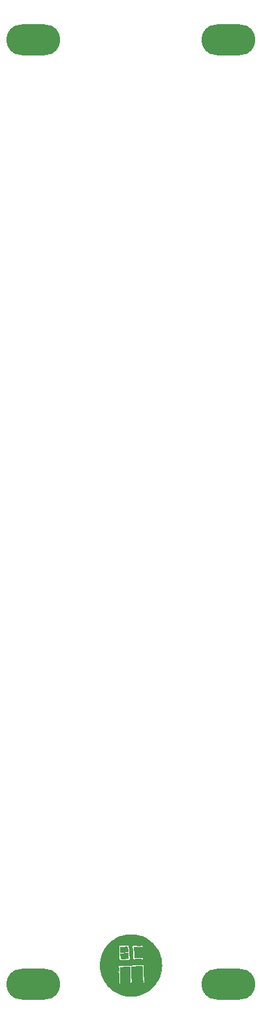
<source format=gts>
%TF.GenerationSoftware,KiCad,Pcbnew,8.0.3*%
%TF.CreationDate,2024-07-07T15:48:55+01:00*%
%TF.ProjectId,555-adsr-panel,3535352d-6164-4737-922d-70616e656c2e,rev?*%
%TF.SameCoordinates,Original*%
%TF.FileFunction,Soldermask,Top*%
%TF.FilePolarity,Negative*%
%FSLAX46Y46*%
G04 Gerber Fmt 4.6, Leading zero omitted, Abs format (unit mm)*
G04 Created by KiCad (PCBNEW 8.0.3) date 2024-07-07 15:48:55*
%MOMM*%
%LPD*%
G01*
G04 APERTURE LIST*
%ADD10C,0.053300*%
%ADD11O,7.000000X4.000000*%
G04 APERTURE END LIST*
D10*
%TO.C,REF\u002A\u002A*%
X89577656Y-161360943D02*
X89594565Y-161369969D01*
X89604702Y-161385743D01*
X89609216Y-161459016D01*
X89632891Y-161611175D01*
X89647551Y-161754317D01*
X89657688Y-161914381D01*
X89655432Y-161966219D01*
X89643033Y-161985384D01*
X89610351Y-162005670D01*
X89559622Y-162024835D01*
X89457053Y-162036117D01*
X89124542Y-162058660D01*
X88758225Y-162062029D01*
X88714260Y-162049632D01*
X88701863Y-162024835D01*
X88699621Y-161982007D01*
X88697364Y-161901983D01*
X88681576Y-161807303D01*
X88657913Y-161625833D01*
X88660170Y-161525507D01*
X88653399Y-161440969D01*
X88661282Y-161419563D01*
X88696221Y-161417307D01*
X88799924Y-161412795D01*
X88867552Y-161408281D01*
X88987026Y-161391373D01*
X89213581Y-161364333D01*
X89452535Y-161359821D01*
X89577656Y-161360943D01*
G36*
X89577656Y-161360943D02*
G01*
X89594565Y-161369969D01*
X89604702Y-161385743D01*
X89609216Y-161459016D01*
X89632891Y-161611175D01*
X89647551Y-161754317D01*
X89657688Y-161914381D01*
X89655432Y-161966219D01*
X89643033Y-161985384D01*
X89610351Y-162005670D01*
X89559622Y-162024835D01*
X89457053Y-162036117D01*
X89124542Y-162058660D01*
X88758225Y-162062029D01*
X88714260Y-162049632D01*
X88701863Y-162024835D01*
X88699621Y-161982007D01*
X88697364Y-161901983D01*
X88681576Y-161807303D01*
X88657913Y-161625833D01*
X88660170Y-161525507D01*
X88653399Y-161440969D01*
X88661282Y-161419563D01*
X88696221Y-161417307D01*
X88799924Y-161412795D01*
X88867552Y-161408281D01*
X88987026Y-161391373D01*
X89213581Y-161364333D01*
X89452535Y-161359821D01*
X89577656Y-161360943D01*
G37*
X89492000Y-160537000D02*
X89516798Y-160553908D01*
X89534828Y-160577571D01*
X89555116Y-160615901D01*
X89569771Y-160682392D01*
X89582166Y-160745522D01*
X89597956Y-160825546D01*
X89618240Y-161048724D01*
X89620497Y-161091552D01*
X89611473Y-161117472D01*
X89595695Y-161138894D01*
X89567511Y-161151291D01*
X89484107Y-161169319D01*
X89307147Y-161199749D01*
X89108768Y-161223426D01*
X88886723Y-161235822D01*
X88826984Y-161247090D01*
X88718772Y-161251602D01*
X88671432Y-161245974D01*
X88641003Y-161225689D01*
X88627479Y-161206525D01*
X88616197Y-161112980D01*
X88615069Y-161007024D01*
X88594769Y-160610263D01*
X88603794Y-160598997D01*
X88612818Y-160592226D01*
X88631969Y-160583215D01*
X88669167Y-160573075D01*
X88723271Y-160559538D01*
X88804434Y-160543760D01*
X88997166Y-160535879D01*
X89138063Y-160533621D01*
X89450278Y-160525723D01*
X89492000Y-160537000D01*
G36*
X89492000Y-160537000D02*
G01*
X89516798Y-160553908D01*
X89534828Y-160577571D01*
X89555116Y-160615901D01*
X89569771Y-160682392D01*
X89582166Y-160745522D01*
X89597956Y-160825546D01*
X89618240Y-161048724D01*
X89620497Y-161091552D01*
X89611473Y-161117472D01*
X89595695Y-161138894D01*
X89567511Y-161151291D01*
X89484107Y-161169319D01*
X89307147Y-161199749D01*
X89108768Y-161223426D01*
X88886723Y-161235822D01*
X88826984Y-161247090D01*
X88718772Y-161251602D01*
X88671432Y-161245974D01*
X88641003Y-161225689D01*
X88627479Y-161206525D01*
X88616197Y-161112980D01*
X88615069Y-161007024D01*
X88594769Y-160610263D01*
X88603794Y-160598997D01*
X88612818Y-160592226D01*
X88631969Y-160583215D01*
X88669167Y-160573075D01*
X88723271Y-160559538D01*
X88804434Y-160543760D01*
X88997166Y-160535879D01*
X89138063Y-160533621D01*
X89450278Y-160525723D01*
X89492000Y-160537000D01*
G37*
X90210167Y-158937252D02*
X90413178Y-158952690D01*
X90613236Y-158978111D01*
X90810092Y-159013266D01*
X91003494Y-159057903D01*
X91193190Y-159111771D01*
X91378931Y-159174619D01*
X91560463Y-159246195D01*
X91737537Y-159326249D01*
X91909901Y-159414529D01*
X92077305Y-159510784D01*
X92239495Y-159614762D01*
X92396223Y-159726214D01*
X92547236Y-159844887D01*
X92692283Y-159970530D01*
X92831114Y-160102893D01*
X92963476Y-160241724D01*
X93089119Y-160386771D01*
X93207792Y-160537784D01*
X93319243Y-160694512D01*
X93423222Y-160856703D01*
X93519477Y-161024107D01*
X93607756Y-161196471D01*
X93687810Y-161373545D01*
X93759386Y-161555078D01*
X93822233Y-161740818D01*
X93876101Y-161930515D01*
X93920738Y-162123917D01*
X93955892Y-162320773D01*
X93981314Y-162520831D01*
X93996751Y-162723842D01*
X94001952Y-162929553D01*
X93996751Y-163135263D01*
X93981314Y-163338274D01*
X93955892Y-163538332D01*
X93920738Y-163735188D01*
X93876101Y-163928590D01*
X93822233Y-164118287D01*
X93759386Y-164304027D01*
X93687810Y-164485560D01*
X93607756Y-164662634D01*
X93519477Y-164834998D01*
X93423222Y-165002401D01*
X93319243Y-165164592D01*
X93207792Y-165321320D01*
X93089119Y-165472333D01*
X92963476Y-165617381D01*
X92831113Y-165756211D01*
X92692283Y-165888574D01*
X92547235Y-166014217D01*
X92396222Y-166132890D01*
X92239494Y-166244341D01*
X92077303Y-166348320D01*
X91909900Y-166444575D01*
X91737536Y-166532855D01*
X91560462Y-166612908D01*
X91378929Y-166684485D01*
X91193188Y-166747332D01*
X91003491Y-166801200D01*
X90810089Y-166845837D01*
X90613233Y-166880992D01*
X90413174Y-166906414D01*
X90210164Y-166921851D01*
X90004452Y-166927053D01*
X89798742Y-166921851D01*
X89595731Y-166906414D01*
X89395673Y-166880992D01*
X89198817Y-166845838D01*
X89005415Y-166801201D01*
X88815718Y-166747333D01*
X88629978Y-166684485D01*
X88448445Y-166612909D01*
X88271371Y-166532856D01*
X88099007Y-166444576D01*
X87931603Y-166348321D01*
X87769412Y-166244342D01*
X87612684Y-166132891D01*
X87461671Y-166014218D01*
X87316624Y-165888575D01*
X87177793Y-165756212D01*
X87045430Y-165617381D01*
X86919787Y-165472334D01*
X86801114Y-165321321D01*
X86689663Y-165164593D01*
X86585684Y-165002402D01*
X86489429Y-164834998D01*
X86401149Y-164662634D01*
X86321096Y-164485560D01*
X86249520Y-164304027D01*
X86186672Y-164118287D01*
X86132804Y-163928590D01*
X86088167Y-163735188D01*
X86053013Y-163538332D01*
X86027591Y-163338274D01*
X86012154Y-163135263D01*
X86010240Y-163059558D01*
X86008644Y-162996442D01*
X88372750Y-162996442D01*
X88372750Y-163059558D01*
X88376135Y-163083218D01*
X88387401Y-163120416D01*
X88399800Y-163184666D01*
X88413323Y-163255683D01*
X88412197Y-163367271D01*
X88413323Y-163632143D01*
X88407697Y-163890262D01*
X88412209Y-164078486D01*
X88438129Y-164417764D01*
X88449409Y-164596979D01*
X88449409Y-164804367D01*
X88450537Y-165025290D01*
X88438141Y-165131248D01*
X88439267Y-165194363D01*
X88449407Y-165229305D01*
X88460689Y-165250725D01*
X88476467Y-165271010D01*
X88491121Y-165284535D01*
X88513663Y-165289047D01*
X88533949Y-165290175D01*
X88561003Y-165285664D01*
X88584664Y-165273265D01*
X88602709Y-165257479D01*
X88619605Y-165240579D01*
X88642145Y-165197737D01*
X88650042Y-165148144D01*
X88644402Y-164891157D01*
X88642145Y-164586833D01*
X88643274Y-164138221D01*
X88645531Y-163875604D01*
X88638760Y-163698644D01*
X88627494Y-163525060D01*
X88600442Y-163275963D01*
X88594801Y-163238767D01*
X88600442Y-163209460D01*
X88609453Y-163190294D01*
X88626361Y-163177898D01*
X88653415Y-163168887D01*
X88730060Y-163165501D01*
X88876591Y-163157604D01*
X89105401Y-163146336D01*
X89572032Y-163122661D01*
X89745614Y-163117033D01*
X89795212Y-163122661D01*
X89826772Y-163137315D01*
X89844803Y-163160992D01*
X89854945Y-163194796D01*
X89872975Y-163331183D01*
X89879742Y-163607333D01*
X89886513Y-163997330D01*
X89889884Y-164255449D01*
X89894393Y-164713069D01*
X89892137Y-165132360D01*
X89909049Y-165168436D01*
X89923700Y-165202240D01*
X89962019Y-165230415D01*
X89991326Y-165237183D01*
X90030779Y-165229302D01*
X90069097Y-165203385D01*
X90097270Y-165180842D01*
X90116435Y-165152654D01*
X90128833Y-165105316D01*
X90131090Y-165016268D01*
X90122063Y-164886648D01*
X90111925Y-164770560D01*
X90096151Y-164502297D01*
X90073611Y-164016501D01*
X90062326Y-163540836D01*
X90053315Y-163204946D01*
X90065714Y-163144085D01*
X90081488Y-163119288D01*
X90122063Y-163109148D01*
X90188566Y-163097868D01*
X90275360Y-163091111D01*
X90453439Y-163080974D01*
X90738612Y-163066318D01*
X91125232Y-163050530D01*
X91359672Y-163049404D01*
X91397990Y-163053915D01*
X91420531Y-163062927D01*
X91436321Y-163080970D01*
X91453217Y-163109144D01*
X91467872Y-163144083D01*
X91476896Y-163197055D01*
X91485907Y-163250027D01*
X91492678Y-163394301D01*
X91497192Y-163659189D01*
X91501705Y-164084126D01*
X91507333Y-164281372D01*
X91518614Y-164548499D01*
X91534383Y-164740113D01*
X91554671Y-164932863D01*
X91565951Y-165055715D01*
X91582848Y-165135741D01*
X91594128Y-165171817D01*
X91611036Y-165197735D01*
X91624561Y-165218022D01*
X91649359Y-165233810D01*
X91666267Y-165239436D01*
X91693321Y-165239436D01*
X91713609Y-165237179D01*
X91730517Y-165221405D01*
X91747426Y-165209009D01*
X91766579Y-165178579D01*
X91771093Y-165142504D01*
X91774460Y-165081645D01*
X91769962Y-164982454D01*
X91732766Y-164582315D01*
X91706834Y-164226140D01*
X91675282Y-163798949D01*
X91660627Y-163519420D01*
X91660627Y-163147458D01*
X91662884Y-163115909D01*
X91675278Y-163048267D01*
X91686547Y-162993040D01*
X91692171Y-162937814D01*
X91692171Y-162901738D01*
X91678650Y-162872443D01*
X91663994Y-162853278D01*
X91631308Y-162837500D01*
X91590732Y-162827362D01*
X91449858Y-162828479D01*
X91250357Y-162838618D01*
X90826542Y-162864550D01*
X90384708Y-162892723D01*
X89971050Y-162920897D01*
X89410850Y-162952461D01*
X88965627Y-162952461D01*
X88850663Y-162949090D01*
X88690613Y-162928790D01*
X88538450Y-162901738D01*
X88524913Y-162893855D01*
X88488854Y-162893855D01*
X88451656Y-162900626D01*
X88424603Y-162911906D01*
X88395294Y-162932192D01*
X88379521Y-162955854D01*
X88372750Y-162996442D01*
X86008644Y-162996442D01*
X86006952Y-162929553D01*
X86012154Y-162723842D01*
X86027591Y-162520831D01*
X86053013Y-162320773D01*
X86088167Y-162123917D01*
X86132804Y-161930515D01*
X86186672Y-161740818D01*
X86249520Y-161555078D01*
X86321096Y-161373545D01*
X86401150Y-161196471D01*
X86489430Y-161024106D01*
X86585685Y-160856703D01*
X86689663Y-160694512D01*
X86801115Y-160537784D01*
X86877013Y-160441202D01*
X88424589Y-160441202D01*
X88425716Y-160473886D01*
X88438112Y-160515580D01*
X88440369Y-160719594D01*
X88448266Y-160950661D01*
X88464044Y-161170462D01*
X88473070Y-161376731D01*
X88475312Y-161682176D01*
X88478696Y-162023712D01*
X88483209Y-162122890D01*
X88491090Y-162157829D01*
X88505748Y-162184883D01*
X88518144Y-162206305D01*
X88537295Y-162225468D01*
X88573371Y-162244619D01*
X88602678Y-162251390D01*
X88715388Y-162246876D01*
X88833731Y-162249135D01*
X89109878Y-162240122D01*
X89429995Y-162233353D01*
X89754491Y-162225848D01*
X89826223Y-162222662D01*
X89867665Y-162208316D01*
X89899538Y-162185999D01*
X89913884Y-162157306D01*
X89917068Y-162112685D01*
X89902722Y-162044134D01*
X89877213Y-161883145D01*
X89843742Y-161610567D01*
X89803894Y-161212056D01*
X89772009Y-160912381D01*
X89767227Y-160730659D01*
X89757667Y-160593572D01*
X89759261Y-160501119D01*
X89754596Y-160462846D01*
X90159356Y-160462846D01*
X90168933Y-160548923D01*
X90192836Y-160803961D01*
X90215152Y-161068566D01*
X90219947Y-161347518D01*
X90224729Y-161557933D01*
X90231101Y-161819346D01*
X90219947Y-161852829D01*
X90227917Y-161993098D01*
X90242263Y-162056856D01*
X90258192Y-162103090D01*
X90274136Y-162136559D01*
X90306022Y-162155698D01*
X90403251Y-162157276D01*
X90613666Y-162128585D01*
X90709297Y-162125411D01*
X91256050Y-162138157D01*
X91429802Y-162168446D01*
X91490380Y-162166852D01*
X91523851Y-162155698D01*
X91549348Y-162138157D01*
X91573271Y-162119034D01*
X91592400Y-162093524D01*
X91603566Y-162071205D01*
X91611532Y-162040928D01*
X91606738Y-162002666D01*
X91590810Y-161973973D01*
X91568493Y-161953255D01*
X91539800Y-161937312D01*
X91507915Y-161927750D01*
X91423430Y-161927750D01*
X91268807Y-161956441D01*
X91042459Y-161954861D01*
X90706121Y-161922976D01*
X90554690Y-161919790D01*
X90518023Y-161908633D01*
X90487736Y-161889511D01*
X90465415Y-161838501D01*
X90455855Y-161800240D01*
X90452667Y-161483025D01*
X90462243Y-161427239D01*
X90457461Y-161167412D01*
X90427174Y-160824700D01*
X90417597Y-160695586D01*
X90416003Y-160628632D01*
X90417597Y-160601537D01*
X90423970Y-160574442D01*
X90443106Y-160555319D01*
X90468607Y-160545757D01*
X90518019Y-160542571D01*
X90541934Y-160548959D01*
X90616846Y-160560116D01*
X91244900Y-160558520D01*
X91275187Y-160566488D01*
X91338945Y-160582434D01*
X91364446Y-160591995D01*
X91394733Y-160599949D01*
X91477616Y-160595167D01*
X91495158Y-160587198D01*
X91552540Y-160539383D01*
X91571669Y-160509094D01*
X91584413Y-160470830D01*
X91582835Y-160445331D01*
X91573259Y-160413446D01*
X91550942Y-160392726D01*
X91527027Y-160376797D01*
X91469641Y-160357658D01*
X91305458Y-160357658D01*
X91161997Y-160384755D01*
X90408025Y-160359257D01*
X90307603Y-160346508D01*
X90250209Y-160370380D01*
X90213562Y-160397489D01*
X90186451Y-160411836D01*
X90165733Y-160437335D01*
X90159356Y-160462846D01*
X89754596Y-160462846D01*
X89751294Y-160435763D01*
X89732170Y-160378377D01*
X89705063Y-160338534D01*
X89677968Y-160314619D01*
X89636527Y-160292302D01*
X89599863Y-160284334D01*
X89526533Y-160284334D01*
X89446830Y-160295496D01*
X89067455Y-160336938D01*
X88979794Y-160348104D01*
X88872982Y-160359261D01*
X88817196Y-160356073D01*
X88708801Y-160357669D01*
X88673731Y-160349700D01*
X88598823Y-160344918D01*
X88536645Y-160341732D01*
X88484053Y-160351292D01*
X88476437Y-160358907D01*
X88453894Y-160376952D01*
X88436986Y-160393848D01*
X88424589Y-160441202D01*
X86877013Y-160441202D01*
X86919788Y-160386771D01*
X87045432Y-160241723D01*
X87177794Y-160102892D01*
X87316625Y-159970530D01*
X87461673Y-159844886D01*
X87612686Y-159726213D01*
X87769414Y-159614761D01*
X87931605Y-159510783D01*
X88099009Y-159414528D01*
X88271373Y-159326248D01*
X88448448Y-159246194D01*
X88629981Y-159174618D01*
X88815721Y-159111770D01*
X89005418Y-159057903D01*
X89198820Y-159013266D01*
X89395676Y-158978111D01*
X89595735Y-158952689D01*
X89798745Y-158937252D01*
X90004456Y-158932051D01*
X90210167Y-158937252D01*
G36*
X90210167Y-158937252D02*
G01*
X90413178Y-158952690D01*
X90613236Y-158978111D01*
X90810092Y-159013266D01*
X91003494Y-159057903D01*
X91193190Y-159111771D01*
X91378931Y-159174619D01*
X91560463Y-159246195D01*
X91737537Y-159326249D01*
X91909901Y-159414529D01*
X92077305Y-159510784D01*
X92239495Y-159614762D01*
X92396223Y-159726214D01*
X92547236Y-159844887D01*
X92692283Y-159970530D01*
X92831114Y-160102893D01*
X92963476Y-160241724D01*
X93089119Y-160386771D01*
X93207792Y-160537784D01*
X93319243Y-160694512D01*
X93423222Y-160856703D01*
X93519477Y-161024107D01*
X93607756Y-161196471D01*
X93687810Y-161373545D01*
X93759386Y-161555078D01*
X93822233Y-161740818D01*
X93876101Y-161930515D01*
X93920738Y-162123917D01*
X93955892Y-162320773D01*
X93981314Y-162520831D01*
X93996751Y-162723842D01*
X94001952Y-162929553D01*
X93996751Y-163135263D01*
X93981314Y-163338274D01*
X93955892Y-163538332D01*
X93920738Y-163735188D01*
X93876101Y-163928590D01*
X93822233Y-164118287D01*
X93759386Y-164304027D01*
X93687810Y-164485560D01*
X93607756Y-164662634D01*
X93519477Y-164834998D01*
X93423222Y-165002401D01*
X93319243Y-165164592D01*
X93207792Y-165321320D01*
X93089119Y-165472333D01*
X92963476Y-165617381D01*
X92831113Y-165756211D01*
X92692283Y-165888574D01*
X92547235Y-166014217D01*
X92396222Y-166132890D01*
X92239494Y-166244341D01*
X92077303Y-166348320D01*
X91909900Y-166444575D01*
X91737536Y-166532855D01*
X91560462Y-166612908D01*
X91378929Y-166684485D01*
X91193188Y-166747332D01*
X91003491Y-166801200D01*
X90810089Y-166845837D01*
X90613233Y-166880992D01*
X90413174Y-166906414D01*
X90210164Y-166921851D01*
X90004452Y-166927053D01*
X89798742Y-166921851D01*
X89595731Y-166906414D01*
X89395673Y-166880992D01*
X89198817Y-166845838D01*
X89005415Y-166801201D01*
X88815718Y-166747333D01*
X88629978Y-166684485D01*
X88448445Y-166612909D01*
X88271371Y-166532856D01*
X88099007Y-166444576D01*
X87931603Y-166348321D01*
X87769412Y-166244342D01*
X87612684Y-166132891D01*
X87461671Y-166014218D01*
X87316624Y-165888575D01*
X87177793Y-165756212D01*
X87045430Y-165617381D01*
X86919787Y-165472334D01*
X86801114Y-165321321D01*
X86689663Y-165164593D01*
X86585684Y-165002402D01*
X86489429Y-164834998D01*
X86401149Y-164662634D01*
X86321096Y-164485560D01*
X86249520Y-164304027D01*
X86186672Y-164118287D01*
X86132804Y-163928590D01*
X86088167Y-163735188D01*
X86053013Y-163538332D01*
X86027591Y-163338274D01*
X86012154Y-163135263D01*
X86010240Y-163059558D01*
X86008644Y-162996442D01*
X88372750Y-162996442D01*
X88372750Y-163059558D01*
X88376135Y-163083218D01*
X88387401Y-163120416D01*
X88399800Y-163184666D01*
X88413323Y-163255683D01*
X88412197Y-163367271D01*
X88413323Y-163632143D01*
X88407697Y-163890262D01*
X88412209Y-164078486D01*
X88438129Y-164417764D01*
X88449409Y-164596979D01*
X88449409Y-164804367D01*
X88450537Y-165025290D01*
X88438141Y-165131248D01*
X88439267Y-165194363D01*
X88449407Y-165229305D01*
X88460689Y-165250725D01*
X88476467Y-165271010D01*
X88491121Y-165284535D01*
X88513663Y-165289047D01*
X88533949Y-165290175D01*
X88561003Y-165285664D01*
X88584664Y-165273265D01*
X88602709Y-165257479D01*
X88619605Y-165240579D01*
X88642145Y-165197737D01*
X88650042Y-165148144D01*
X88644402Y-164891157D01*
X88642145Y-164586833D01*
X88643274Y-164138221D01*
X88645531Y-163875604D01*
X88638760Y-163698644D01*
X88627494Y-163525060D01*
X88600442Y-163275963D01*
X88594801Y-163238767D01*
X88600442Y-163209460D01*
X88609453Y-163190294D01*
X88626361Y-163177898D01*
X88653415Y-163168887D01*
X88730060Y-163165501D01*
X88876591Y-163157604D01*
X89105401Y-163146336D01*
X89572032Y-163122661D01*
X89745614Y-163117033D01*
X89795212Y-163122661D01*
X89826772Y-163137315D01*
X89844803Y-163160992D01*
X89854945Y-163194796D01*
X89872975Y-163331183D01*
X89879742Y-163607333D01*
X89886513Y-163997330D01*
X89889884Y-164255449D01*
X89894393Y-164713069D01*
X89892137Y-165132360D01*
X89909049Y-165168436D01*
X89923700Y-165202240D01*
X89962019Y-165230415D01*
X89991326Y-165237183D01*
X90030779Y-165229302D01*
X90069097Y-165203385D01*
X90097270Y-165180842D01*
X90116435Y-165152654D01*
X90128833Y-165105316D01*
X90131090Y-165016268D01*
X90122063Y-164886648D01*
X90111925Y-164770560D01*
X90096151Y-164502297D01*
X90073611Y-164016501D01*
X90062326Y-163540836D01*
X90053315Y-163204946D01*
X90065714Y-163144085D01*
X90081488Y-163119288D01*
X90122063Y-163109148D01*
X90188566Y-163097868D01*
X90275360Y-163091111D01*
X90453439Y-163080974D01*
X90738612Y-163066318D01*
X91125232Y-163050530D01*
X91359672Y-163049404D01*
X91397990Y-163053915D01*
X91420531Y-163062927D01*
X91436321Y-163080970D01*
X91453217Y-163109144D01*
X91467872Y-163144083D01*
X91476896Y-163197055D01*
X91485907Y-163250027D01*
X91492678Y-163394301D01*
X91497192Y-163659189D01*
X91501705Y-164084126D01*
X91507333Y-164281372D01*
X91518614Y-164548499D01*
X91534383Y-164740113D01*
X91554671Y-164932863D01*
X91565951Y-165055715D01*
X91582848Y-165135741D01*
X91594128Y-165171817D01*
X91611036Y-165197735D01*
X91624561Y-165218022D01*
X91649359Y-165233810D01*
X91666267Y-165239436D01*
X91693321Y-165239436D01*
X91713609Y-165237179D01*
X91730517Y-165221405D01*
X91747426Y-165209009D01*
X91766579Y-165178579D01*
X91771093Y-165142504D01*
X91774460Y-165081645D01*
X91769962Y-164982454D01*
X91732766Y-164582315D01*
X91706834Y-164226140D01*
X91675282Y-163798949D01*
X91660627Y-163519420D01*
X91660627Y-163147458D01*
X91662884Y-163115909D01*
X91675278Y-163048267D01*
X91686547Y-162993040D01*
X91692171Y-162937814D01*
X91692171Y-162901738D01*
X91678650Y-162872443D01*
X91663994Y-162853278D01*
X91631308Y-162837500D01*
X91590732Y-162827362D01*
X91449858Y-162828479D01*
X91250357Y-162838618D01*
X90826542Y-162864550D01*
X90384708Y-162892723D01*
X89971050Y-162920897D01*
X89410850Y-162952461D01*
X88965627Y-162952461D01*
X88850663Y-162949090D01*
X88690613Y-162928790D01*
X88538450Y-162901738D01*
X88524913Y-162893855D01*
X88488854Y-162893855D01*
X88451656Y-162900626D01*
X88424603Y-162911906D01*
X88395294Y-162932192D01*
X88379521Y-162955854D01*
X88372750Y-162996442D01*
X86008644Y-162996442D01*
X86006952Y-162929553D01*
X86012154Y-162723842D01*
X86027591Y-162520831D01*
X86053013Y-162320773D01*
X86088167Y-162123917D01*
X86132804Y-161930515D01*
X86186672Y-161740818D01*
X86249520Y-161555078D01*
X86321096Y-161373545D01*
X86401150Y-161196471D01*
X86489430Y-161024106D01*
X86585685Y-160856703D01*
X86689663Y-160694512D01*
X86801115Y-160537784D01*
X86877013Y-160441202D01*
X88424589Y-160441202D01*
X88425716Y-160473886D01*
X88438112Y-160515580D01*
X88440369Y-160719594D01*
X88448266Y-160950661D01*
X88464044Y-161170462D01*
X88473070Y-161376731D01*
X88475312Y-161682176D01*
X88478696Y-162023712D01*
X88483209Y-162122890D01*
X88491090Y-162157829D01*
X88505748Y-162184883D01*
X88518144Y-162206305D01*
X88537295Y-162225468D01*
X88573371Y-162244619D01*
X88602678Y-162251390D01*
X88715388Y-162246876D01*
X88833731Y-162249135D01*
X89109878Y-162240122D01*
X89429995Y-162233353D01*
X89754491Y-162225848D01*
X89826223Y-162222662D01*
X89867665Y-162208316D01*
X89899538Y-162185999D01*
X89913884Y-162157306D01*
X89917068Y-162112685D01*
X89902722Y-162044134D01*
X89877213Y-161883145D01*
X89843742Y-161610567D01*
X89803894Y-161212056D01*
X89772009Y-160912381D01*
X89767227Y-160730659D01*
X89757667Y-160593572D01*
X89759261Y-160501119D01*
X89754596Y-160462846D01*
X90159356Y-160462846D01*
X90168933Y-160548923D01*
X90192836Y-160803961D01*
X90215152Y-161068566D01*
X90219947Y-161347518D01*
X90224729Y-161557933D01*
X90231101Y-161819346D01*
X90219947Y-161852829D01*
X90227917Y-161993098D01*
X90242263Y-162056856D01*
X90258192Y-162103090D01*
X90274136Y-162136559D01*
X90306022Y-162155698D01*
X90403251Y-162157276D01*
X90613666Y-162128585D01*
X90709297Y-162125411D01*
X91256050Y-162138157D01*
X91429802Y-162168446D01*
X91490380Y-162166852D01*
X91523851Y-162155698D01*
X91549348Y-162138157D01*
X91573271Y-162119034D01*
X91592400Y-162093524D01*
X91603566Y-162071205D01*
X91611532Y-162040928D01*
X91606738Y-162002666D01*
X91590810Y-161973973D01*
X91568493Y-161953255D01*
X91539800Y-161937312D01*
X91507915Y-161927750D01*
X91423430Y-161927750D01*
X91268807Y-161956441D01*
X91042459Y-161954861D01*
X90706121Y-161922976D01*
X90554690Y-161919790D01*
X90518023Y-161908633D01*
X90487736Y-161889511D01*
X90465415Y-161838501D01*
X90455855Y-161800240D01*
X90452667Y-161483025D01*
X90462243Y-161427239D01*
X90457461Y-161167412D01*
X90427174Y-160824700D01*
X90417597Y-160695586D01*
X90416003Y-160628632D01*
X90417597Y-160601537D01*
X90423970Y-160574442D01*
X90443106Y-160555319D01*
X90468607Y-160545757D01*
X90518019Y-160542571D01*
X90541934Y-160548959D01*
X90616846Y-160560116D01*
X91244900Y-160558520D01*
X91275187Y-160566488D01*
X91338945Y-160582434D01*
X91364446Y-160591995D01*
X91394733Y-160599949D01*
X91477616Y-160595167D01*
X91495158Y-160587198D01*
X91552540Y-160539383D01*
X91571669Y-160509094D01*
X91584413Y-160470830D01*
X91582835Y-160445331D01*
X91573259Y-160413446D01*
X91550942Y-160392726D01*
X91527027Y-160376797D01*
X91469641Y-160357658D01*
X91305458Y-160357658D01*
X91161997Y-160384755D01*
X90408025Y-160359257D01*
X90307603Y-160346508D01*
X90250209Y-160370380D01*
X90213562Y-160397489D01*
X90186451Y-160411836D01*
X90165733Y-160437335D01*
X90159356Y-160462846D01*
X89754596Y-160462846D01*
X89751294Y-160435763D01*
X89732170Y-160378377D01*
X89705063Y-160338534D01*
X89677968Y-160314619D01*
X89636527Y-160292302D01*
X89599863Y-160284334D01*
X89526533Y-160284334D01*
X89446830Y-160295496D01*
X89067455Y-160336938D01*
X88979794Y-160348104D01*
X88872982Y-160359261D01*
X88817196Y-160356073D01*
X88708801Y-160357669D01*
X88673731Y-160349700D01*
X88598823Y-160344918D01*
X88536645Y-160341732D01*
X88484053Y-160351292D01*
X88476437Y-160358907D01*
X88453894Y-160376952D01*
X88436986Y-160393848D01*
X88424589Y-160441202D01*
X86877013Y-160441202D01*
X86919788Y-160386771D01*
X87045432Y-160241723D01*
X87177794Y-160102892D01*
X87316625Y-159970530D01*
X87461673Y-159844886D01*
X87612686Y-159726213D01*
X87769414Y-159614761D01*
X87931605Y-159510783D01*
X88099009Y-159414528D01*
X88271373Y-159326248D01*
X88448448Y-159246194D01*
X88629981Y-159174618D01*
X88815721Y-159111770D01*
X89005418Y-159057903D01*
X89198820Y-159013266D01*
X89395676Y-158978111D01*
X89595735Y-158952689D01*
X89798745Y-158937252D01*
X90004456Y-158932051D01*
X90210167Y-158937252D01*
G37*
%TD*%
D11*
%TO.C,REF\u002A\u002A*%
X77350000Y-42900000D03*
%TD*%
%TO.C,REF\u002A\u002A*%
X77350000Y-165400000D03*
%TD*%
%TO.C,REF\u002A\u002A*%
X102650000Y-165400000D03*
%TD*%
%TO.C,REF\u002A\u002A*%
X102650000Y-42900000D03*
%TD*%
M02*

</source>
